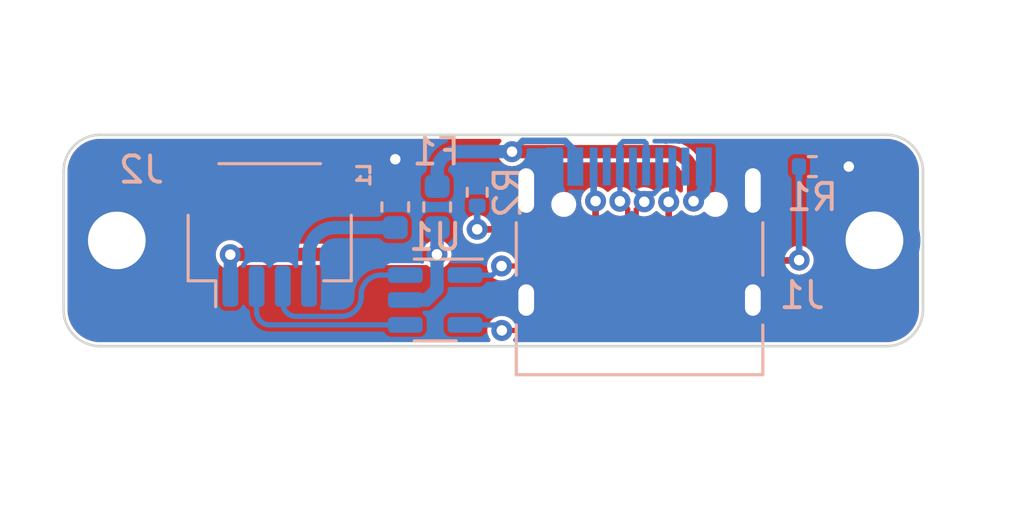
<source format=kicad_pcb>
(kicad_pcb (version 20211014) (generator pcbnew)
  (title_block (title "AKB DB") (rev "R1"))
  (layers (0 "F.Cu" signal) (31 "B.Cu" signal) (34 "B.Paste" user) (35 "F.Paste" user) (36 "B.SilkS" user "B.Silkscreen") (37 "F.SilkS" user "F.Silkscreen") (38 "B.Mask" user) (39 "F.Mask" user) (44 "Edge.Cuts" user))
  (net 0 "")
  (net 1 "GND")
  (net 2 "VCC")
  (net 3 "Net-(J1-PadA5)")
  (net 4 "Net-(J1-PadB5)")
  (net 5 "VBUS")
  (net 8 "DBus+")
  (net 9 "DBus-")
  (net 10 "DN")
  (net 11 "DP")
  (net 12 "GNDPWR")
  (footprint "random-keyboard-parts:Generic-Mounthole" (layer "F.Cu") (at 56.1975 63.463)
    (fp_text reference "MH2" hide)
    (fp_text value "Mount-M2" hide)
    (pad "1" thru_hole circle locked (at 0 0) (size 3.500001 3.500001) (drill 2.2) (layers *.Cu *.Mask) (net 12 "GNDPWR"))
  )
  (footprint "random-keyboard-parts:Generic-Mounthole" (layer "F.Cu") (at 27.314 63.467682)
    (fp_text reference "MH1")
    (fp_text value "Mount-M2")
    (pad "1" thru_hole circle locked (at 0 0) (size 3.5 3.5) (drill 2.2) (layers *.Cu *.Mask) (net 12 "GNDPWR"))
  )
  (footprint "Resistor_SMD:R_0402_1005Metric" (layer "B.Cu") (at 41.0525 61.63 90)
    (fp_text reference "R2" (at 0 1.17 270) (layer "B.SilkS") (effects (justify mirror)))
    (fp_text value "5.1k")
    (fp_line (start -0.153641 0.38) (end 0.153641 0.38) (layer "B.SilkS") (width 0.12))
    (fp_line (start -0.153641 -0.38) (end 0.153641 -0.38) (layer "B.SilkS") (width 0.12))
    (pad "1" smd roundrect (at -0.51 0 90) (size 0.54 0.64) (layers "B.Cu" "B.Paste" "B.Mask") (net 4 "Net-(J1-PadB5)"))
    (pad "2" smd roundrect (at 0.51 0 90) (size 0.54 0.64) (layers "B.Cu" "B.Paste" "B.Mask") (net 12 "GNDPWR"))
  )
  (footprint "Package_TO_SOT_SMD:SOT-23-6" (layer "B.Cu") (at 39.45 65.74 180)
    (fp_text reference "U1" (at 0 2.4) (layer "B.SilkS") (effects (justify mirror)))
    (fp_text value "USBLC6-2SC6")
    (fp_line (start 0 -1.56) (end 0.8 -1.56) (layer "B.SilkS") (width 0.12))
    (fp_line (start 0 -1.56) (end -0.8 -1.56) (layer "B.SilkS") (width 0.12))
    (fp_line (start 0 1.56) (end -1.8 1.56) (layer "B.SilkS") (width 0.12))
    (fp_line (start 0 1.56) (end 0.8 1.56) (layer "B.SilkS") (width 0.12))
    (pad "1" smd roundrect (at -1.1375 0.95 180) (size 1.325 0.6) (layers "B.Cu" "B.Paste" "B.Mask") (net 8 "DBus+"))
    (pad "2" smd roundrect (at -1.1375 0 180) (size 1.325 0.6) (layers "B.Cu" "B.Paste" "B.Mask") (net 12 "GNDPWR"))
    (pad "3" smd roundrect (at -1.1375 -0.95 180) (size 1.325 0.6) (layers "B.Cu" "B.Paste" "B.Mask") (net 9 "DBus-"))
    (pad "4" smd roundrect (at 1.1375 -0.95 180) (size 1.325 0.6) (layers "B.Cu" "B.Paste" "B.Mask") (net 10 "DN"))
    (pad "5" smd roundrect (at 1.1375 0 180) (size 1.325 0.6) (layers "B.Cu" "B.Paste" "B.Mask") (net 2 "VCC"))
    (pad "6" smd roundrect (at 1.1375 0.95 180) (size 1.325 0.6) (layers "B.Cu" "B.Paste" "B.Mask") (net 11 "DP"))
  )
  (footprint "logo:JST_SH_SM04B-SRSS-TB_1x04-1MP_P1.00mm_Horizontal" (layer "B.Cu") (at 33.1425 63.223)
    (fp_text reference "J2" (at -4.8925 -2.453) (layer "B.SilkS") (effects (justify mirror)))
    (fp_text value "SM04B-SRSS-TB(LF)(SN)")
    (fp_line (start -1.94 -2.685) (end 1.94 -2.685) (layer "B.SilkS") (width 0.12))
    (fp_line (start -2.06 1.785) (end -2.06 2.775) (layer "B.SilkS") (width 0.12))
    (fp_line (start -3.11 1.785) (end -2.06 1.785) (layer "B.SilkS") (width 0.12))
    (fp_line (start 3.11 1.785) (end 2.06 1.785) (layer "B.SilkS") (width 0.12))
    (fp_line (start 3.11 -0.715) (end 3.11 1.785) (layer "B.SilkS") (width 0.12))
    (fp_line (start -3.11 -0.715) (end -3.11 1.785) (layer "B.SilkS") (width 0.12))
    (pad "1" smd roundrect (at -1.5 2) (size 0.6 1.55) (layers "B.Cu" "B.Paste" "B.Mask") (net 2 "VCC"))
    (pad "2" smd roundrect (at -0.5 2) (size 0.6 1.55) (layers "B.Cu" "B.Paste" "B.Mask") (net 10 "DN"))
    (pad "3" smd roundrect (at 0.5 2) (size 0.6 1.55) (layers "B.Cu" "B.Paste" "B.Mask") (net 11 "DP"))
    (pad "4" smd roundrect (at 1.5 2) (size 0.6 1.55) (layers "B.Cu" "B.Paste" "B.Mask") (net 1 "GND"))
    (pad "MP" smd roundrect (at -2.8 -1.875) (size 1.2 1.8) (layers "B.Cu" "B.Paste" "B.Mask") (roundrect_rratio 0.208333) (net 12 "GNDPWR"))
    (pad "MP" smd roundrect (at 2.8 -1.875) (size 1.2 1.8) (layers "B.Cu" "B.Paste" "B.Mask") (roundrect_rratio 0.208333) (net 12 "GNDPWR"))
  )
  (footprint "Fuse:Fuse_0603_1608Metric" (layer "B.Cu") (at 39.5275 62.193 -90)
    (fp_text reference "F1" (at -2.113 0.0375 180) (layer "B.SilkS") (effects (justify mirror)))
    (fp_text value "ASMD1206-150")
    (fp_line (start -0.162779 0.51) (end 0.162779 0.51) (layer "B.SilkS") (width 0.12))
    (fp_line (start -0.162779 -0.51) (end 0.162779 -0.51) (layer "B.SilkS") (width 0.12))
    (pad "1" smd roundrect locked (at -0.7875 0 270) (size 0.875 0.95) (layers "B.Cu" "B.Paste" "B.Mask") (net 5 "VBUS"))
    (pad "2" smd roundrect locked (at 0.7875 0 270) (size 0.875 0.95) (layers "B.Cu" "B.Paste" "B.Mask") (net 2 "VCC"))
  )
  (footprint "Resistor_SMD:R_0402_1005Metric" (layer "B.Cu") (at 53.83 60.65)
    (fp_text reference "R1" (at 0 1.17 180) (layer "B.SilkS") (effects (justify mirror)))
    (fp_text value "5.1k")
    (fp_line (start -0.153641 -0.38) (end 0.153641 -0.38) (layer "B.SilkS") (width 0.12))
    (fp_line (start -0.153641 0.38) (end 0.153641 0.38) (layer "B.SilkS") (width 0.12))
    (pad "1" smd roundrect (at -0.51 0) (size 0.54 0.64) (layers "B.Cu" "B.Paste" "B.Mask") (net 3 "Net-(J1-PadA5)"))
    (pad "2" smd roundrect (at 0.51 0) (size 0.54 0.64) (layers "B.Cu" "B.Paste" "B.Mask") (net 12 "GNDPWR"))
  )
  (footprint "logo:USB_C_Receptacle_HRO_TYPE-C-31-M-12" (layer "B.Cu") (at 47.2425 64.693 180)
    (fp_text reference "J1" (at -6.1975 -0.867) (layer "B.SilkS") (effects (justify mirror)))
    (fp_text value "TYPE-C-31-M12_13")
    (fp_line (start 4.7 -2) (end 4.7 -3.9) (layer "B.SilkS") (width 0.12))
    (fp_line (start -4.7 -2) (end -4.7 -3.9) (layer "B.SilkS") (width 0.12))
    (fp_line (start -4.7 -3.9) (end 4.7 -3.9) (layer "B.SilkS") (width 0.12))
    (fp_line (start 4.7 1.9) (end 4.7 -0.1) (layer "B.SilkS") (width 0.12))
    (fp_line (start -4.7 1.9) (end -4.7 -0.1) (layer "B.SilkS") (width 0.12))
    (pad "" np_thru_hole circle locked (at 2.89 2.6 180) (size 0.65 0.65) (drill 0.65) (layers *.Cu *.Mask))
    (pad "" np_thru_hole circle locked (at -2.89 2.6 180) (size 0.65 0.65) (drill 0.65) (layers *.Cu *.Mask))
    (pad "A1" smd rect locked (at -3.25 4.045 180) (size 0.6 1.45) (layers "B.Cu" "B.Paste" "B.Mask") (net 12 "GNDPWR"))
    (pad "A4" smd rect locked (at -2.45 4.045 180) (size 0.6 1.45) (layers "B.Cu" "B.Paste" "B.Mask") (net 5 "VBUS"))
    (pad "A5" smd rect locked (at -1.25 4.045 180) (size 0.3 1.45) (layers "B.Cu" "B.Paste" "B.Mask") (net 3 "Net-(J1-PadA5)"))
    (pad "A6" smd rect locked (at -0.25 4.045 180) (size 0.3 1.45) (layers "B.Cu" "B.Paste" "B.Mask") (net 8 "DBus+"))
    (pad "A7" smd rect locked (at 0.25 4.045 180) (size 0.3 1.45) (layers "B.Cu" "B.Paste" "B.Mask") (net 9 "DBus-"))
    (pad "A8" smd rect locked (at 1.25 4.045 180) (size 0.3 1.45) (layers "B.Cu" "B.Paste" "B.Mask"))
    (pad "A9" smd rect locked (at 2.45 4.045 180) (size 0.6 1.45) (layers "B.Cu" "B.Paste" "B.Mask") (net 5 "VBUS"))
    (pad "A12" smd rect locked (at 3.25 4.045 180) (size 0.6 1.45) (layers "B.Cu" "B.Paste" "B.Mask") (net 12 "GNDPWR"))
    (pad "B1" smd rect locked (at 3.25 4.045 180) (size 0.6 1.45) (layers "B.Cu" "B.Paste" "B.Mask") (net 12 "GNDPWR"))
    (pad "B4" smd rect locked (at 2.45 4.045 180) (size 0.6 1.45) (layers "B.Cu" "B.Paste" "B.Mask") (net 5 "VBUS"))
    (pad "B5" smd rect locked (at 1.75 4.045 180) (size 0.3 1.45) (layers "B.Cu" "B.Paste" "B.Mask") (net 4 "Net-(J1-PadB5)"))
    (pad "B6" smd rect locked (at 0.75 4.045 180) (size 0.3 1.45) (layers "B.Cu" "B.Paste" "B.Mask") (net 8 "DBus+"))
    (pad "B7" smd rect locked (at -0.75 4.045 180) (size 0.3 1.45) (layers "B.Cu" "B.Paste" "B.Mask") (net 9 "DBus-"))
    (pad "B8" smd rect locked (at -1.75 4.045 180) (size 0.3 1.45) (layers "B.Cu" "B.Paste" "B.Mask"))
    (pad "B9" smd rect locked (at -2.45 4.045 180) (size 0.6 1.45) (layers "B.Cu" "B.Paste" "B.Mask") (net 5 "VBUS"))
    (pad "B12" smd rect locked (at -3.25 4.045 180) (size 0.6 1.45) (layers "B.Cu" "B.Paste" "B.Mask") (net 12 "GNDPWR"))
    (pad "S1" thru_hole oval locked (at -4.32 3.13 180) (size 1 2.1) (drill oval 0.6 1.7) (layers *.Cu *.Mask) (net 12 "GNDPWR"))
    (pad "S1" thru_hole oval locked (at 4.32 3.13 180) (size 1 2.1) (drill oval 0.6 1.7) (layers *.Cu *.Mask) (net 12 "GNDPWR"))
    (pad "S1" thru_hole oval locked (at 4.32 -1.05 180) (size 1 1.6) (drill oval 0.6 1.2) (layers *.Cu *.Mask) (net 12 "GNDPWR"))
    (pad "S1" thru_hole oval locked (at -4.32 -1.05 180) (size 1 1.6) (drill oval 0.6 1.2) (layers *.Cu *.Mask) (net 12 "GNDPWR"))
  )
  (footprint "Inductor_SMD:L_0603_1608Metric" (layer "B.Cu") (at 37.93 62.19 -90)
    (fp_text reference "L1" (at -1.22 1.195 90) (layer "B.SilkS") (effects (font (size 0.5 0.5) (thickness 0.125)) (justify mirror)))
    (fp_text value "60R@100MHz")
    (fp_line (start -0.162779 0.51) (end 0.162779 0.51) (layer "B.SilkS") (width 0.12))
    (fp_line (start -0.162779 -0.51) (end 0.162779 -0.51) (layer "B.SilkS") (width 0.12))
    (pad "1" smd roundrect locked (at -0.7875 0 270) (size 0.875 0.95) (layers "B.Cu" "B.Paste" "B.Mask") (net 12 "GNDPWR"))
    (pad "2" smd roundrect locked (at 0.7875 0 270) (size 0.875 0.95) (layers "B.Cu" "B.Paste" "B.Mask") (net 1 "GND"))
  )
  (gr_arc (start 58.048 66.102682) (mid 57.637949 67.092631) (end 56.648 67.502682) (layer "Edge.Cuts") (width 0.1))
  (gr_arc (start 25.282 60.837682) (mid 25.692051 59.847733) (end 26.682 59.437682) (layer "Edge.Cuts") (width 0.1))
  (gr_arc (start 26.682 67.502681) (mid 25.692042 67.092639) (end 25.282 66.102681) (layer "Edge.Cuts") (width 0.1))
  (gr_line (start 56.648 67.502682) (end 26.682 67.502681) (layer "Edge.Cuts") (width 0.1))
  (gr_arc (start 56.648 59.437682) (mid 57.637949 59.847733) (end 58.048 60.837682) (layer "Edge.Cuts") (width 0.1))
  (gr_line (start 58.048 60.837682) (end 58.048 66.102682) (layer "Edge.Cuts") (width 0.1))
  (gr_line (start 26.682 59.437682) (end 56.648 59.437682) (layer "Edge.Cuts") (width 0.1))
  (gr_line (start 25.282 66.102681) (end 25.282 60.837682) (layer "Edge.Cuts") (width 0.1))
  (segment (start 34.64 65.2205) (end 34.6425 65.223) (width 0.508) (layer "B.Cu") (net 1))
  (segment (start 37.93 62.9775) (end 35.64 62.9775) (width 0.508) (layer "B.Cu") (net 1))
  (segment (start 34.64 65.2205) (end 34.64 63.9775) (width 0.508) (layer "B.Cu") (net 1))
  (arc (start 35.64 62.9775) (mid 34.932893 63.270393) (end 34.64 63.9775) (width 0.508) (layer "B.Cu") (net 1))
  (segment (start 31.65092 63.99908) (end 31.64 64.01) (width 0.508) (layer "F.Cu") (net 2))
  (segment (start 39.51908 63.99908) (end 31.65092 63.99908) (width 0.508) (layer "F.Cu") (net 2))
  (via (at 39.51908 63.99908) (size 0.8) (drill 0.4) (layers "F.Cu" "B.Cu") (net 2))
  (via (at 31.64 64.01) (size 0.8) (drill 0.4) (layers "F.Cu" "B.Cu") (net 2))
  (segment (start 31.64 64.01) (end 31.64 65.4205) (width 0.508) (layer "B.Cu") (net 2))
  (segment (start 39.12 65.74) (end 38.3125 65.74) (width 0.508) (layer "B.Cu") (net 2))
  (segment (start 39.51908 62.98892) (end 39.51908 65.34092) (width 0.508) (layer "B.Cu") (net 2))
  (segment (start 39.5275 62.9805) (end 39.51908 62.98892) (width 0.508) (layer "B.Cu") (net 2))
  (segment (start 39.51908 65.34092) (end 39.12 65.74) (width 0.508) (layer "B.Cu") (net 2))
  (segment (start 53.3125 64.233) (end 49.353754 64.233) (width 0.254) (layer "F.Cu") (net 3))
  (segment (start 53.3125 64.233) (end 53.3275 64.218) (width 0.254) (layer "F.Cu") (net 3))
  (segment (start 48.353754 61.997751) (end 48.353754 63.233) (width 0.254) (layer "F.Cu") (net 3))
  (via (at 53.3275 64.218) (size 0.8) (drill 0.4) (layers "F.Cu" "B.Cu") (net 3))
  (via (at 48.353754 61.997751) (size 0.8) (drill 0.4) (layers "F.Cu" "B.Cu") (net 3))
  (arc (start 49.353754 64.233) (mid 48.646647 63.940107) (end 48.353754 63.233) (width 0.254) (layer "F.Cu") (net 3))
  (segment (start 48.4925 61.859005) (end 48.353754 61.997751) (width 0.254) (layer "B.Cu") (net 3))
  (segment (start 53.3275 64.218) (end 53.32 60.65) (width 0.254) (layer "B.Cu") (net 3))
  (segment (start 48.4925 60.648) (end 48.4925 61.859005) (width 0.254) (layer "B.Cu") (net 3))
  (segment (start 45.566025 61.965912) (end 45.566025 62.543) (width 0.254) (layer "F.Cu") (net 4))
  (segment (start 41.0525 63.043) (end 45.066025 63.043) (width 0.254) (layer "F.Cu") (net 4))
  (via (at 45.566025 61.965912) (size 0.8) (drill 0.4) (layers "F.Cu" "B.Cu") (net 4))
  (via (at 41.0525 63.043) (size 0.8) (drill 0.4) (layers "F.Cu" "B.Cu") (net 4))
  (arc (start 45.066025 63.043) (mid 45.419578 62.896553) (end 45.566025 62.543) (width 0.254) (layer "F.Cu") (net 4))
  (segment (start 41.0525 63.043) (end 41.0525 62.14) (width 0.254) (layer "B.Cu") (net 4))
  (segment (start 45.4925 60.648) (end 45.4925 61.892387) (width 0.254) (layer "B.Cu") (net 4))
  (segment (start 45.4925 61.892387) (end 45.566025 61.965912) (width 0.254) (layer "B.Cu") (net 4))
  (segment (start 42.38 60.08) (end 48.3025 60.08) (width 0.508) (layer "F.Cu") (net 5))
  (segment (start 49.3025 61.968) (end 49.3025 61.08) (width 0.508) (layer "F.Cu") (net 5))
  (via (at 42.38 60.08) (size 0.8) (drill 0.4) (layers "F.Cu" "B.Cu") (net 5))
  (via (at 49.3025 61.968) (size 0.8) (drill 0.4) (layers "F.Cu" "B.Cu") (net 5))
  (arc (start 48.3025 60.08) (mid 49.009607 60.372893) (end 49.3025 61.08) (width 0.508) (layer "F.Cu") (net 5))
  (segment (start 42.39 60.08) (end 42.38 60.08) (width 0.508) (layer "B.Cu") (net 5))
  (segment (start 44.400511 59.669489) (end 42.790511 59.669489) (width 0.254) (layer "B.Cu") (net 5))
  (segment (start 39.5275 61.4055) (end 39.5275 60.83) (width 0.508) (layer "B.Cu") (net 5))
  (segment (start 49.308522 61.968) (end 49.6925 61.584022) (width 0.508) (layer "B.Cu") (net 5))
  (segment (start 44.7925 60.061478) (end 44.400511 59.669489) (width 0.254) (layer "B.Cu") (net 5))
  (segment (start 42.790511 59.669489) (end 42.38 60.08) (width 0.254) (layer "B.Cu") (net 5))
  (segment (start 44.7925 60.648) (end 44.7925 60.061478) (width 0.254) (layer "B.Cu") (net 5))
  (segment (start 42.39 60.08) (end 40.2775 60.08) (width 0.508) (layer "B.Cu") (net 5))
  (segment (start 49.6925 61.584022) (end 49.6925 60.648) (width 0.508) (layer "B.Cu") (net 5))
  (arc (start 39.5275 60.83) (mid 39.74717 60.29967) (end 40.2775 60.08) (width 0.508) (layer "B.Cu") (net 5))
  (segment (start 46.79 62.2705) (end 46.79 63.443) (width 0.2) (layer "F.Cu") (net 8))
  (segment (start 46.4925 61.973) (end 46.79 62.2705) (width 0.2) (layer "F.Cu") (net 8))
  (segment (start 41.9825 64.443) (end 45.79 64.443) (width 0.2) (layer "F.Cu") (net 8))
  (via (at 46.4925 61.973) (size 0.8) (drill 0.4) (layers "F.Cu" "B.Cu") (net 8))
  (via (at 41.9825 64.443) (size 0.8) (drill 0.4) (layers "F.Cu" "B.Cu") (net 8))
  (arc (start 46.79 63.443) (mid 46.497107 64.150107) (end 45.79 64.443) (width 0.2) (layer "F.Cu") (net 8))
  (segment (start 47.4925 59.763) (end 47.4925 60.648) (width 0.2) (layer "B.Cu") (net 8))
  (segment (start 46.4925 60.648) (end 46.4925 61.973) (width 0.2) (layer "B.Cu") (net 8))
  (segment (start 46.4925 60.648) (end 46.4925 59.819978) (width 0.2) (layer "B.Cu") (net 8))
  (segment (start 46.619478 59.693) (end 47.4225 59.693) (width 0.2) (layer "B.Cu") (net 8))
  (segment (start 40.59 64.793) (end 41.6325 64.793) (width 0.2) (layer "B.Cu") (net 8))
  (segment (start 41.6325 64.793) (end 41.9825 64.443) (width 0.2) (layer "B.Cu") (net 8))
  (segment (start 47.4225 59.693) (end 47.4925 59.763) (width 0.2) (layer "B.Cu") (net 8))
  (segment (start 46.4925 59.819978) (end 46.619478 59.693) (width 0.2) (layer "B.Cu") (net 8))
  (segment (start 43.987 65.903) (end 43.987 65.76952) (width 0.2) (layer "F.Cu") (net 9))
  (segment (start 47.11652 62.29348) (end 47.11652 63.51952) (width 0.2) (layer "F.Cu") (net 9))
  (segment (start 47.4225 61.993) (end 47.417 61.993) (width 0.2) (layer "F.Cu") (net 9))
  (segment (start 41.9925 66.903) (end 42.987 66.903) (width 0.2) (layer "F.Cu") (net 9))
  (segment (start 47.417 61.993) (end 47.11652 62.29348) (width 0.2) (layer "F.Cu") (net 9))
  (segment (start 45.86652 64.76952) (end 44.987 64.76952) (width 0.2) (layer "F.Cu") (net 9))
  (via (at 47.4225 61.993) (size 0.8) (drill 0.4) (layers "F.Cu" "B.Cu") (net 9))
  (via (at 41.9925 66.903) (size 0.8) (drill 0.4) (layers "F.Cu" "B.Cu") (net 9))
  (arc (start 42.987 66.903) (mid 43.694107 66.610107) (end 43.987 65.903) (width 0.2) (layer "F.Cu") (net 9))
  (arc (start 43.987 65.76952) (mid 44.279893 65.062413) (end 44.987 64.76952) (width 0.2) (layer "F.Cu") (net 9))
  (arc (start 47.11652 63.51952) (mid 46.750403 64.403403) (end 45.86652 64.76952) (width 0.2) (layer "F.Cu") (net 9))
  (segment (start 47.7825 61.683) (end 47.4225 61.683) (width 0.2) (layer "B.Cu") (net 9))
  (segment (start 41.7825 66.693) (end 41.9925 66.903) (width 0.2) (layer "B.Cu") (net 9))
  (segment (start 47.9925 60.648) (end 47.9925 61.473) (width 0.2) (layer "B.Cu") (net 9))
  (segment (start 47.199478 61.683) (end 46.9925 61.476022) (width 0.2) (layer "B.Cu") (net 9))
  (segment (start 40.59 66.693) (end 41.7825 66.693) (width 0.2) (layer "B.Cu") (net 9))
  (segment (start 47.9925 61.473) (end 47.7825 61.683) (width 0.2) (layer "B.Cu") (net 9))
  (segment (start 46.9925 61.476022) (end 46.9925 60.648) (width 0.2) (layer "B.Cu") (net 9))
  (segment (start 47.4225 61.683) (end 47.4225 61.993) (width 0.2) (layer "B.Cu") (net 9))
  (segment (start 47.4225 61.683) (end 47.199478 61.683) (width 0.2) (layer "B.Cu") (net 9))
  (segment (start 38.3125 66.69) (end 33.1425 66.69) (width 0.2) (layer "B.Cu") (net 10))
  (segment (start 32.6425 65.223) (end 32.6425 66.19) (width 0.2) (layer "B.Cu") (net 10))
  (arc (start 32.6425 66.19) (mid 32.788947 66.543553) (end 33.1425 66.69) (width 0.2) (layer "B.Cu") (net 10))
  (segment (start 33.6425 65.223) (end 33.6425 65.86348) (width 0.2) (layer "B.Cu") (net 11))
  (segment (start 36.63 65.61348) (end 36.63 65.54) (width 0.2) (layer "B.Cu") (net 11))
  (segment (start 35.88 66.36348) (end 34.1425 66.36348) (width 0.2) (layer "B.Cu") (net 11))
  (segment (start 38.3125 64.79) (end 37.38 64.79) (width 0.2) (layer "B.Cu") (net 11))
  (arc (start 37.38 64.79) (mid 36.84967 65.00967) (end 36.63 65.54) (width 0.2) (layer "B.Cu") (net 11))
  (arc (start 33.6425 65.86348) (mid 33.788947 66.217033) (end 34.1425 66.36348) (width 0.2) (layer "B.Cu") (net 11))
  (arc (start 36.63 65.61348) (mid 36.41033 66.14381) (end 35.88 66.36348) (width 0.2) (layer "B.Cu") (net 11))
  (via (at 37.93 60.37) (size 0.8) (drill 0.4) (layers "F.Cu" "B.Cu") (net 12))
  (via (at 55.22 60.65) (size 0.8) (drill 0.4) (layers "F.Cu" "B.Cu") (net 12))
  (segment (start 54.34 60.65) (end 55.22 60.65) (width 0.254) (layer "B.Cu") (net 12))
  (segment (start 50.6475 60.648) (end 51.5625 61.563) (width 0.508) (layer "B.Cu") (net 12))
  (segment (start 42.4795 61.12) (end 42.9225 61.563) (width 0.254) (layer "B.Cu") (net 12))
  (segment (start 51.5625 65.743) (end 53.8625 65.743) (width 0.508) (layer "B.Cu") (net 12))
  (segment (start 41.0525 61.12) (end 42.4795 61.12) (width 0.254) (layer "B.Cu") (net 12))
  (segment (start 50.4925 60.648) (end 50.6475 60.648) (width 0.508) (layer "B.Cu") (net 12))
  (segment (start 43.9925 60.648) (end 43.8375 60.648) (width 0.508) (layer "B.Cu") (net 12))
  (segment (start 42.9225 61.563) (end 42.9225 65.743) (width 0.508) (layer "B.Cu") (net 12))
  (segment (start 53.8625 65.743) (end 56.1425 63.463) (width 0.508) (layer "B.Cu") (net 12))
  (segment (start 42.9225 65.743) (end 40.59 65.743) (width 0.508) (layer "B.Cu") (net 12))
  (segment (start 37.93 61.4025) (end 37.93 60.37) (width 0.254) (layer "B.Cu") (net 12))
  (segment (start 43.8375 60.648) (end 42.9225 61.563) (width 0.508) (layer "B.Cu") (net 12))
  (segment (start 51.5625 61.563) (end 51.5625 65.743) (width 0.508) (layer "B.Cu") (net 12))
  (zone (net 12) (net_name "GNDPWR") (layer "F.Cu") (connect_pads yes (clearance 0.1524)) (min_thickness 0.1524) (fill yes (thermal_gap 0.508) (thermal_bridge_width 0.508))
    (polygon (pts (xy 61.9125 74.295) (xy 22.86 74.295) (xy 22.86 54.2925) (xy 61.9125 54.2925)))
  )
  (zone (net 12) (net_name "GNDPWR") (layer "B.Cu") (connect_pads yes (clearance 0.1524)) (min_thickness 0.1524) (fill yes (thermal_gap 0.508) (thermal_bridge_width 0.508))
    (polygon (pts (xy 61.9125 74.295) (xy 22.86 74.295) (xy 22.86 54.2925) (xy 61.9125 54.2925)))
  )
)
</source>
